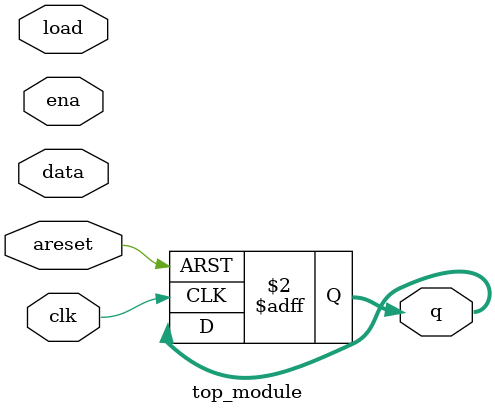
<source format=v>

module top_module(
    input clk,
    input areset,  //异步、高有效、复位值为0
    input load,
    input ena,
    input [3:0] data,
    output reg [3:0] q); 
//Write your code here
    always @(posedge clk or posedge areset) begin
        if(areset) begin
            q <= 0;
        end
        else begin
            
        end
    end
endmodule

</source>
